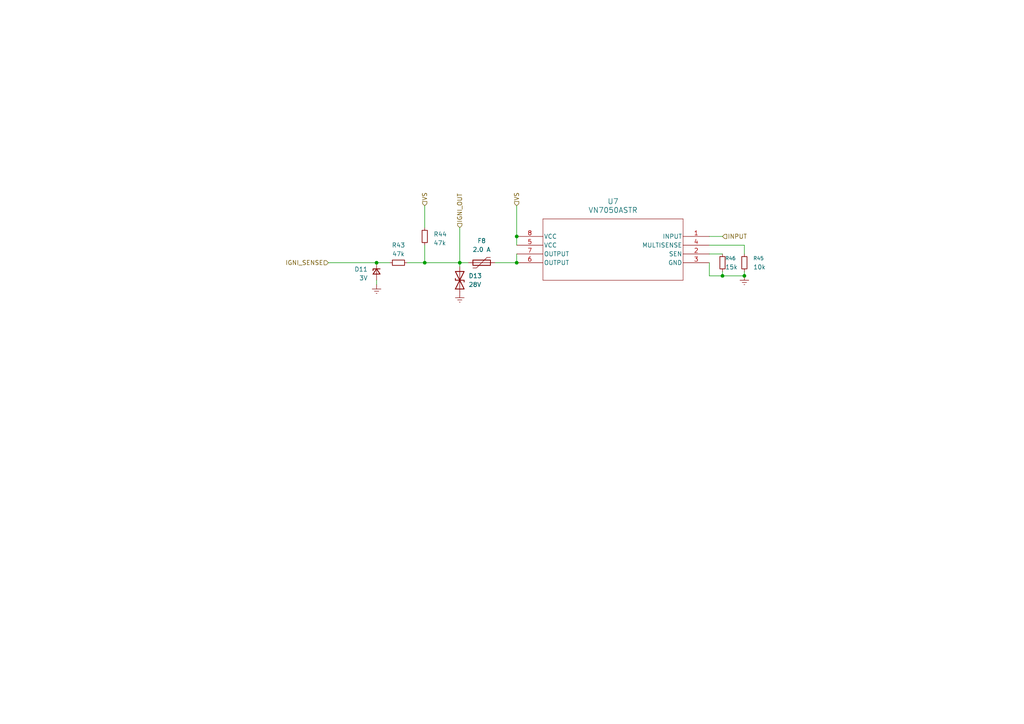
<source format=kicad_sch>
(kicad_sch (version 20250114) (generator "eeschema") (generator_version "9.0")
  (paper "A4")
  (lib_symbols
    (symbol "Device:D_TVS" (pin_numbers (hide yes)) (pin_names (offset 1.016) (hide yes))
      (property "Reference" "D" (at 0 2.54 0))
      (property "Value" "D_TVS" (at 0 -2.54 0))
      (symbol "D_TVS_0_1"
        (polyline (pts (xy -2.54 1.27) (xy -2.54 -1.27) (xy 2.54 1.27) (xy 2.54 -1.27) (xy -2.54 1.27)) (stroke (width 0.254)))
        (polyline (pts (xy 0.508 1.27) (xy 0 1.27) (xy 0 -1.27) (xy -0.508 -1.27)) (stroke (width 0.254)))
        (polyline (pts (xy 1.27 0) (xy -1.27 0)))
      )
      (symbol "D_TVS_1_1"
        (pin passive line (at -3.81 0 0) (length 2.54) (name "A1") (number "1"))
        (pin passive line (at 3.81 0 180) (length 2.54) (name "A2") (number "2"))
      )
    )
    (symbol "Device:D_Zener_Small" (pin_numbers (hide yes)) (pin_names (offset 0.254) (hide yes))
      (property "Reference" "D" (at 0 2.286 0))
      (property "Value" "D_Zener_Small" (at 0 -2.286 0))
      (symbol "D_Zener_Small_0_1"
        (polyline (pts (xy -0.254 1.016) (xy -0.762 1.016) (xy -0.762 -1.016)) (stroke (width 0.254)))
        (polyline (pts (xy 0.762 1.016) (xy -0.762 0) (xy 0.762 -1.016) (xy 0.762 1.016)) (stroke (width 0.254)))
        (polyline (pts (xy 0.762 0) (xy -0.762 0)))
      )
      (symbol "D_Zener_Small_1_1"
        (pin passive line (at -2.54 0 0) (length 1.778) (name "K") (number "1"))
        (pin passive line (at 2.54 0 180) (length 1.778) (name "A") (number "2"))
      )
    )
    (symbol "Device:Polyfuse" (pin_numbers (hide yes)) (pin_names (offset 0))
      (property "Reference" "F" (at -2.54 0 90))
      (property "Value" "Polyfuse" (at 2.54 0 90))
      (symbol "Polyfuse_0_1"
        (polyline (pts (xy -1.524 2.54) (xy -1.524 1.524) (xy 1.524 -1.524) (xy 1.524 -2.54)))
        (rectangle (start -0.762 2.54) (end 0.762 -2.54) (stroke (width 0.254)))
        (polyline (pts (xy 0 2.54) (xy 0 -2.54)))
      )
      (symbol "Polyfuse_1_1"
        (pin passive line (at 0 3.81 270) (length 1.27) (name "~") (number "1"))
        (pin passive line (at 0 -3.81 90) (length 1.27) (name "~") (number "2"))
      )
    )
    (symbol "Device:R_Small" (pin_numbers (hide yes)) (pin_names (offset 0.254) (hide yes))
      (property "Reference" "R" (at 0.762 0.508 0))
      (property "Value" "R_Small" (at 0.762 -1.016 0))
      (symbol "R_Small_0_1"
        (rectangle (start -0.762 1.778) (end 0.762 -1.778) (stroke (width 0.2032)))
      )
      (symbol "R_Small_1_1"
        (pin passive line (at 0 2.54 270) (length 0.762) (name "~") (number "1"))
        (pin passive line (at 0 -2.54 90) (length 0.762) (name "~") (number "2"))
      )
    )
    (symbol "Earth_12" (power) (pin_names (offset 0))
      (symbol "Earth_12_0_1"
        (polyline (pts (xy -0.635 -1.905) (xy 0.635 -1.905)))
        (polyline (pts (xy -0.127 -2.54) (xy 0.127 -2.54)))
        (polyline (pts (xy 0 -1.27) (xy 0 0)))
        (polyline (pts (xy 1.27 -1.27) (xy -1.27 -1.27)))
      )
      (symbol "Earth_12_1_1"
        (pin power_in line (at 0 0 270) (length 0) (hide yes) (name "Earth") (number "1"))
      )
    )
    (symbol "R_Small_1" (pin_numbers (hide yes)) (pin_names (offset 0.254) (hide yes))
      (property "Reference" "R" (at 0 0 90))
      (property "Value" "R_Small" (at 1.778 0 90))
      (symbol "R_Small_1_0_1"
        (rectangle (start -0.762 1.778) (end 0.762 -1.778) (stroke (width 0.2032)))
      )
      (symbol "R_Small_1_1_1"
        (pin passive line (at 0 2.54 270) (length 0.762) (name "~") (number "1"))
        (pin passive line (at 0 -2.54 90) (length 0.762) (name "~") (number "2"))
      )
    )
    (symbol "VN7050ASTR:VN7050ASTR" (pin_names (offset 0.254))
      (property "Reference" "U" (at 27.94 10.16 0))
      (property "Value" "VN7050ASTR" (at 27.94 7.62 0))
      (symbol "VN7050ASTR_0_1"
        (polyline (pts (xy 7.62 5.08) (xy 7.62 -12.7)) (stroke (width 0.127)))
        (polyline (pts (xy 7.62 -12.7) (xy 48.26 -12.7)) (stroke (width 0.127)))
        (polyline (pts (xy 48.26 5.08) (xy 7.62 5.08)) (stroke (width 0.127)))
        (polyline (pts (xy 48.26 -12.7) (xy 48.26 5.08)) (stroke (width 0.127)))
        (pin power_in line (at 0 0 0) (length 7.62) (name "VCC") (number "8"))
        (pin power_in line (at 0 -2.54 0) (length 7.62) (name "VCC") (number "5"))
        (pin output line (at 0 -5.08 0) (length 7.62) (name "OUTPUT") (number "7"))
        (pin output line (at 0 -7.62 0) (length 7.62) (name "OUTPUT") (number "6"))
        (pin input line (at 55.88 0 180) (length 7.62) (name "INPUT") (number "1"))
        (pin unspecified line (at 55.88 -2.54 180) (length 7.62) (name "MULTISENSE") (number "4"))
        (pin unspecified line (at 55.88 -5.08 180) (length 7.62) (name "SEN") (number "2"))
        (pin power_out line (at 55.88 -7.62 180) (length 7.62) (name "GND") (number "3"))
      )
    )
    (symbol "power:Earth" (power) (pin_names (offset 0))
      (symbol "Earth_0_1"
        (polyline (pts (xy -0.635 -1.905) (xy 0.635 -1.905)))
        (polyline (pts (xy -0.127 -2.54) (xy 0.127 -2.54)))
        (polyline (pts (xy 0 -1.27) (xy 0 0)))
        (polyline (pts (xy 1.27 -1.27) (xy -1.27 -1.27)))
      )
      (symbol "Earth_1_1"
        (pin power_in line (at 0 0 270) (length 0) (hide yes) (name "Earth") (number "1"))
      )
    )
  )
  (junction (at 149.86 68.58))
  (junction (at 215.9 80.01))
  (junction (at 133.35 76.2))
  (junction (at 109.22 76.2))
  (junction (at 149.86 76.2))
  (junction (at 209.55 80.01))
  (junction (at 123.19 76.2))
  (wire (pts (xy 109.22 81.28) (xy 109.22 82.55)))
  (wire (pts (xy 149.86 59.69) (xy 149.86 68.58)))
  (wire (pts (xy 205.74 76.2) (xy 205.74 80.01)))
  (wire (pts (xy 215.9 71.12) (xy 205.74 71.12)))
  (wire (pts (xy 205.74 80.01) (xy 209.55 80.01)))
  (wire (pts (xy 205.74 73.66) (xy 209.55 73.66)))
  (wire (pts (xy 118.11 76.2) (xy 123.19 76.2)))
  (wire (pts (xy 133.35 66.04) (xy 133.35 76.2)))
  (wire (pts (xy 209.55 80.01) (xy 209.55 78.74)))
  (wire (pts (xy 209.55 80.01) (xy 215.9 80.01)))
  (wire (pts (xy 123.19 71.12) (xy 123.19 76.2)))
  (wire (pts (xy 123.19 76.2) (xy 133.35 76.2)))
  (wire (pts (xy 149.86 73.66) (xy 149.86 76.2)))
  (wire (pts (xy 149.86 68.58) (xy 149.86 71.12)))
  (wire (pts (xy 133.35 76.2) (xy 135.89 76.2)))
  (wire (pts (xy 143.51 76.2) (xy 149.86 76.2)))
  (wire (pts (xy 215.9 73.66) (xy 215.9 71.12)))
  (wire (pts (xy 109.22 76.2) (xy 113.03 76.2)))
  (wire (pts (xy 123.19 59.69) (xy 123.19 66.04)))
  (wire (pts (xy 215.9 80.01) (xy 215.9 78.74)))
  (wire (pts (xy 209.55 68.58) (xy 205.74 68.58)))
  (wire (pts (xy 133.35 76.2) (xy 133.35 77.47)))
  (wire (pts (xy 95.25 76.2) (xy 109.22 76.2)))
  (hierarchical_label "IGNI_OUT" (shape input) (at 133.35 66.04 90))
  (hierarchical_label "VS" (shape input) (at 149.86 59.69 90))
  (hierarchical_label "INPUT" (shape input) (at 209.55 68.58 0))
  (hierarchical_label "IGNI_SENSE" (shape input) (at 95.25 76.2 180))
  (hierarchical_label "VS" (shape input) (at 123.19 59.69 90))
  (symbol (lib_name "R_Small_1") (lib_id "Device:R_Small") (at 215.9 76.2 180) (unit 1)
    (property "Reference" "R45" (at 218.44 74.9299 0) (effects (font (size 1.016 1.016)) (justify right)))
    (property "Value" "10k" (at 218.44 77.4699 0) (effects (justify right)))
    (property "Footprint" "Resistor_SMD:R_0201_0603Metric" (effects (hide yes)))
    (property "Description" "Resistor, small symbol" (effects (hide yes)))
  )
  (symbol (lib_id "Device:D_TVS") (at 133.35 81.28 90) (unit 1)
    (property "Reference" "D13" (at 135.89 80.0099 90) (effects (justify right)))
    (property "Value" "28V" (at 135.89 82.5499 90) (effects (justify right)))
    (property "Footprint" "Diode_SMD:D_0603_1608Metric_Pad1.05x0.95mm_HandSolder" (effects (hide yes)))
    (property "mfn" " CG0603MLC-24LEA" (effects (hide yes)))
  )
  (symbol (lib_id "Device:Polyfuse") (at 139.7 76.2 90) (unit 1)
    (property "Reference" "F8" (at 139.7 69.85 90))
    (property "Value" "2.0 A" (at 139.7 72.39 90))
    (property "Footprint" "Fuse:Fuse_1812_4532Metric" (effects (hide yes)))
    (property "mfn" " 1210L150/16WR " (effects (hide yes)))
  )
  (symbol (lib_name "R_Small_1") (lib_id "Device:R_Small") (at 209.55 76.2 180) (unit 1)
    (property "Reference" "R46" (at 210.312 74.93 0) (effects (font (size 1.016 1.016)) (justify right)))
    (property "Value" "15k" (at 210.312 77.47 0) (effects (justify right)))
    (property "Footprint" "Resistor_SMD:R_0201_0603Metric" (effects (hide yes)))
    (property "Description" "Resistor, small symbol" (effects (hide yes)))
  )
  (symbol (lib_id "power:Earth") (at 215.9 80.01 0) (unit 1)
    (property "Reference" "#PWR090" (effects (hide yes)))
    (property "Value" "Earth" (effects (hide yes)))
  )
  (symbol (lib_id "VN7050ASTR:VN7050ASTR") (at 149.86 68.58 0) (unit 1)
    (property "Reference" "U7" (at 177.8 58.42 0) (effects (font (size 1.524 1.524))))
    (property "Value" "VN7050ASTR" (at 177.8 60.96 0) (effects (font (size 1.524 1.524))))
    (property "Footprint" "SOIC_050ASTR_STM" (effects (hide yes)))
    (property "Datasheet" "https://www.st.com/resource/en/datasheet/vn7050aj.pdf" (effects (hide yes)))
  )
  (symbol (lib_id "Device:D_Zener_Small") (at 109.22 78.74 90) (mirror x) (unit 1)
    (property "Reference" "D11" (at 106.68 78.105 90) (effects (justify left)))
    (property "Value" "3V" (at 106.68 80.645 90) (effects (justify left)))
    (property "Footprint" "Diode_SMD:D_SOD-323_HandSoldering" (effects (hide yes)))
    (property "mfn" " PZU3.0B2,115 " (effects (hide yes)))
  )
  (symbol (lib_id "power:Earth") (at 133.35 85.09 0) (unit 1)
    (property "Reference" "#PWR083" (effects (hide yes)))
    (property "Value" "Earth" (effects (hide yes)))
  )
  (symbol (lib_id "Device:R_Small") (at 123.19 68.58 0) (unit 1)
    (property "Reference" "R44" (at 125.73 67.945 0) (effects (justify left)))
    (property "Value" "47k" (at 125.73 70.485 0) (effects (justify left)))
    (property "Footprint" "Resistor_SMD:R_0603_1608Metric_Pad0.98x0.95mm_HandSolder" (effects (hide yes)))
  )
  (symbol (lib_name "Earth_12") (lib_id "power:Earth") (at 109.22 82.55 0) (unit 1)
    (property "Reference" "#PWR082" (effects (hide yes)))
    (property "Value" "Earth" (effects (hide yes)))
  )
  (symbol (lib_id "Device:R_Small") (at 115.57 76.2 270) (unit 1)
    (property "Reference" "R43" (at 115.57 71.12 90))
    (property "Value" "47k" (at 115.57 73.66 90))
    (property "Footprint" "Resistor_SMD:R_0603_1608Metric_Pad0.98x0.95mm_HandSolder" (effects (hide yes)))
  )
)
</source>
